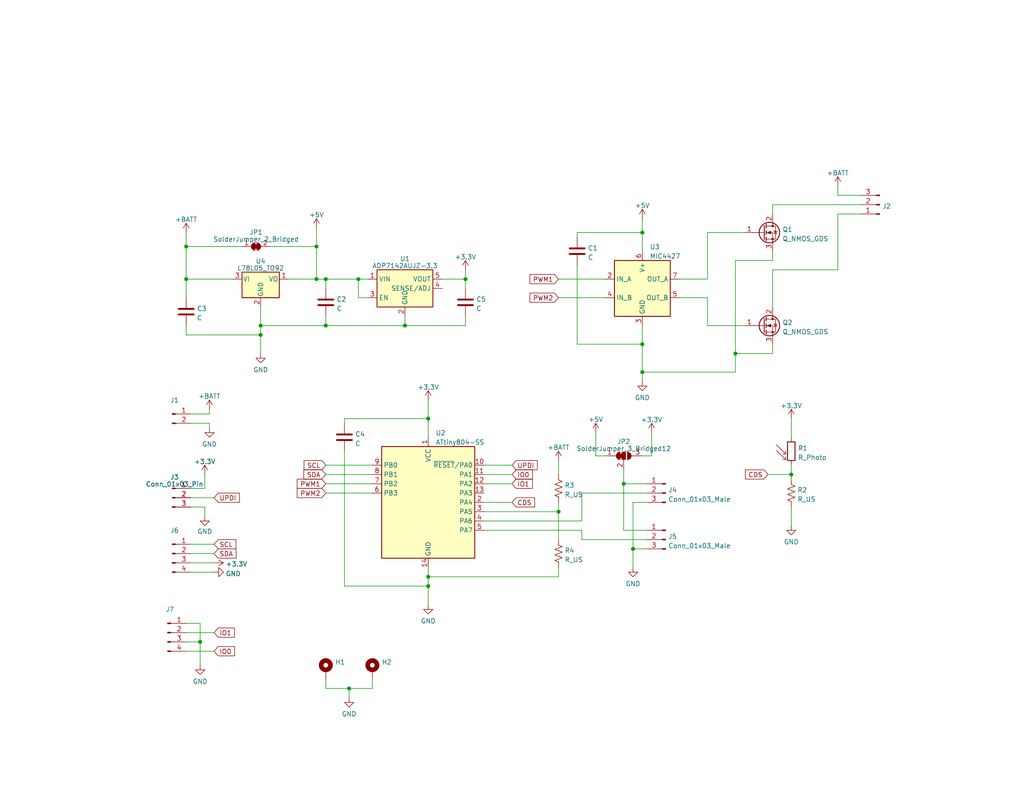
<source format=kicad_sch>
(kicad_sch (version 20230121) (generator eeschema)
  (paper "A")
  (lib_symbols
    (symbol "Connector:Conn_01x02_Male" (pin_names (offset 1.016) hide)
      (property "Reference" "J" (at 0 2.54 0))
      (property "Value" "Conn_01x02_Male" (at 0 -5.08 0))
      (symbol "Conn_01x02_Male_1_1"
        (polyline (pts (xy 1.27 -2.54) (xy 0.8636 -2.54)) (stroke (width 0.1524)))
        (polyline (pts (xy 1.27 0) (xy 0.8636 0)) (stroke (width 0.1524)))
        (rectangle (start 0.8636 -2.413) (end 0 -2.667) (stroke (width 0.1524)) (fill (type outline)))
        (rectangle (start 0.8636 0.127) (end 0 -0.127) (stroke (width 0.1524)) (fill (type outline)))
        (pin passive line (at 5.08 0 180) (length 3.81) (name "Pin_1") (number "1"))
        (pin passive line (at 5.08 -2.54 180) (length 3.81) (name "Pin_2") (number "2"))
      )
    )
    (symbol "Connector:Conn_01x03_Male" (pin_names (offset 1.016) hide)
      (property "Reference" "J" (at 0 5.08 0))
      (property "Value" "Conn_01x03_Male" (at 0 -5.08 0))
      (symbol "Conn_01x03_Male_1_1"
        (polyline (pts (xy 1.27 -2.54) (xy 0.8636 -2.54)) (stroke (width 0.1524)))
        (polyline (pts (xy 1.27 0) (xy 0.8636 0)) (stroke (width 0.1524)))
        (polyline (pts (xy 1.27 2.54) (xy 0.8636 2.54)) (stroke (width 0.1524)))
        (rectangle (start 0.8636 -2.413) (end 0 -2.667) (stroke (width 0.1524)) (fill (type outline)))
        (rectangle (start 0.8636 0.127) (end 0 -0.127) (stroke (width 0.1524)) (fill (type outline)))
        (rectangle (start 0.8636 2.667) (end 0 2.413) (stroke (width 0.1524)) (fill (type outline)))
        (pin passive line (at 5.08 2.54 180) (length 3.81) (name "Pin_1") (number "1"))
        (pin passive line (at 5.08 0 180) (length 3.81) (name "Pin_2") (number "2"))
        (pin passive line (at 5.08 -2.54 180) (length 3.81) (name "Pin_3") (number "3"))
      )
    )
    (symbol "Connector:Conn_01x03_Pin" (pin_names (offset 1.016) hide)
      (property "Reference" "J" (at 0 5.08 0))
      (property "Value" "Conn_01x03_Pin" (at 0 -5.08 0))
      (symbol "Conn_01x03_Pin_1_1"
        (polyline (pts (xy 1.27 -2.54) (xy 0.8636 -2.54)) (stroke (width 0.1524)))
        (polyline (pts (xy 1.27 0) (xy 0.8636 0)) (stroke (width 0.1524)))
        (polyline (pts (xy 1.27 2.54) (xy 0.8636 2.54)) (stroke (width 0.1524)))
        (rectangle (start 0.8636 -2.413) (end 0 -2.667) (stroke (width 0.1524)) (fill (type outline)))
        (rectangle (start 0.8636 0.127) (end 0 -0.127) (stroke (width 0.1524)) (fill (type outline)))
        (rectangle (start 0.8636 2.667) (end 0 2.413) (stroke (width 0.1524)) (fill (type outline)))
        (pin passive line (at 5.08 2.54 180) (length 3.81) (name "Pin_1") (number "1"))
        (pin passive line (at 5.08 0 180) (length 3.81) (name "Pin_2") (number "2"))
        (pin passive line (at 5.08 -2.54 180) (length 3.81) (name "Pin_3") (number "3"))
      )
    )
    (symbol "Connector:Conn_01x04_Male" (pin_names (offset 1.016) hide)
      (property "Reference" "J" (at 0 5.08 0))
      (property "Value" "Conn_01x04_Male" (at 0 -7.62 0))
      (symbol "Conn_01x04_Male_1_1"
        (polyline (pts (xy 1.27 -5.08) (xy 0.8636 -5.08)) (stroke (width 0.1524)))
        (polyline (pts (xy 1.27 -2.54) (xy 0.8636 -2.54)) (stroke (width 0.1524)))
        (polyline (pts (xy 1.27 0) (xy 0.8636 0)) (stroke (width 0.1524)))
        (polyline (pts (xy 1.27 2.54) (xy 0.8636 2.54)) (stroke (width 0.1524)))
        (rectangle (start 0.8636 -4.953) (end 0 -5.207) (stroke (width 0.1524)) (fill (type outline)))
        (rectangle (start 0.8636 -2.413) (end 0 -2.667) (stroke (width 0.1524)) (fill (type outline)))
        (rectangle (start 0.8636 0.127) (end 0 -0.127) (stroke (width 0.1524)) (fill (type outline)))
        (rectangle (start 0.8636 2.667) (end 0 2.413) (stroke (width 0.1524)) (fill (type outline)))
        (pin passive line (at 5.08 2.54 180) (length 3.81) (name "Pin_1") (number "1"))
        (pin passive line (at 5.08 0 180) (length 3.81) (name "Pin_2") (number "2"))
        (pin passive line (at 5.08 -2.54 180) (length 3.81) (name "Pin_3") (number "3"))
        (pin passive line (at 5.08 -5.08 180) (length 3.81) (name "Pin_4") (number "4"))
      )
    )
    (symbol "Device:C" (pin_numbers hide) (pin_names (offset 0.254))
      (property "Reference" "C" (at 0.635 2.54 0))
      (property "Value" "C" (at 0.635 -2.54 0))
      (symbol "C_0_1"
        (polyline (pts (xy -2.032 -0.762) (xy 2.032 -0.762)) (stroke (width 0.508)))
        (polyline (pts (xy -2.032 0.762) (xy 2.032 0.762)) (stroke (width 0.508)))
      )
      (symbol "C_1_1"
        (pin passive line (at 0 3.81 270) (length 2.794) (name "~") (number "1"))
        (pin passive line (at 0 -3.81 90) (length 2.794) (name "~") (number "2"))
      )
    )
    (symbol "Device:Q_NMOS_GDS" (pin_names (offset 0) hide)
      (property "Reference" "Q" (at 5.08 1.27 0))
      (property "Value" "Q_NMOS_GDS" (at 5.08 -1.27 0))
      (symbol "Q_NMOS_GDS_0_1"
        (polyline (pts (xy 0.254 0) (xy -2.54 0)))
        (polyline (pts (xy 0.254 1.905) (xy 0.254 -1.905)) (stroke (width 0.254)))
        (polyline (pts (xy 0.762 -1.27) (xy 0.762 -2.286)) (stroke (width 0.254)))
        (polyline (pts (xy 0.762 0.508) (xy 0.762 -0.508)) (stroke (width 0.254)))
        (polyline (pts (xy 0.762 2.286) (xy 0.762 1.27)) (stroke (width 0.254)))
        (polyline (pts (xy 2.54 2.54) (xy 2.54 1.778)))
        (polyline (pts (xy 2.54 -2.54) (xy 2.54 0) (xy 0.762 0)))
        (polyline (pts (xy 0.762 -1.778) (xy 3.302 -1.778) (xy 3.302 1.778) (xy 0.762 1.778)))
        (polyline (pts (xy 1.016 0) (xy 2.032 0.381) (xy 2.032 -0.381) (xy 1.016 0)) (fill (type outline)))
        (polyline (pts (xy 2.794 0.508) (xy 2.921 0.381) (xy 3.683 0.381) (xy 3.81 0.254)))
        (polyline (pts (xy 3.302 0.381) (xy 2.921 -0.254) (xy 3.683 -0.254) (xy 3.302 0.381)))
        (circle (center 1.651 0) (radius 2.794) (stroke (width 0.254)))
        (circle (center 2.54 -1.778) (radius 0.254) (fill (type outline)))
        (circle (center 2.54 1.778) (radius 0.254) (fill (type outline)))
      )
      (symbol "Q_NMOS_GDS_1_1"
        (pin input line (at -5.08 0 0) (length 2.54) (name "G") (number "1"))
        (pin passive line (at 2.54 5.08 270) (length 2.54) (name "D") (number "2"))
        (pin passive line (at 2.54 -5.08 90) (length 2.54) (name "S") (number "3"))
      )
    )
    (symbol "Device:R_Photo" (pin_numbers hide) (pin_names (offset 0))
      (property "Reference" "R" (at 1.27 1.27 0))
      (property "Value" "R_Photo" (at 1.27 0 0))
      (symbol "R_Photo_0_1"
        (rectangle (start -1.016 2.54) (end 1.016 -2.54) (stroke (width 0.254)))
        (polyline (pts (xy -1.524 -2.286) (xy -4.064 0.254)))
        (polyline (pts (xy -1.524 -2.286) (xy -2.286 -2.286)))
        (polyline (pts (xy -1.524 -2.286) (xy -1.524 -1.524)))
        (polyline (pts (xy -1.524 -0.762) (xy -4.064 1.778)))
        (polyline (pts (xy -1.524 -0.762) (xy -2.286 -0.762)))
        (polyline (pts (xy -1.524 -0.762) (xy -1.524 0)))
      )
      (symbol "R_Photo_1_1"
        (pin passive line (at 0 3.81 270) (length 1.27) (name "~") (number "1"))
        (pin passive line (at 0 -3.81 90) (length 1.27) (name "~") (number "2"))
      )
    )
    (symbol "Device:R_US" (pin_numbers hide) (pin_names (offset 0))
      (property "Reference" "R" (at 2.54 0 90))
      (property "Value" "R_US" (at -2.54 0 90))
      (symbol "R_US_0_1"
        (polyline (pts (xy 0 -2.286) (xy 0 -2.54)))
        (polyline (pts (xy 0 2.286) (xy 0 2.54)))
        (polyline (pts (xy 0 -0.762) (xy 1.016 -1.143) (xy 0 -1.524) (xy -1.016 -1.905) (xy 0 -2.286)))
        (polyline (pts (xy 0 0.762) (xy 1.016 0.381) (xy 0 0) (xy -1.016 -0.381) (xy 0 -0.762)))
        (polyline (pts (xy 0 2.286) (xy 1.016 1.905) (xy 0 1.524) (xy -1.016 1.143) (xy 0 0.762)))
      )
      (symbol "R_US_1_1"
        (pin passive line (at 0 3.81 270) (length 1.27) (name "~") (number "1"))
        (pin passive line (at 0 -3.81 90) (length 1.27) (name "~") (number "2"))
      )
    )
    (symbol "Driver_FET:MIC4427"
      (property "Reference" "U" (at -7.62 8.89 0))
      (property "Value" "MIC4427" (at 1.27 8.89 0))
      (symbol "MIC4427_0_1"
        (rectangle (start -7.62 -7.62) (end 7.62 7.62) (stroke (width 0.254)) (fill (type background)))
      )
      (symbol "MIC4427_1_1"
        (pin no_connect line (at -7.62 0 0) (length 2.54) hide (name "NC") (number "1"))
        (pin input line (at -10.16 2.54 0) (length 2.54) (name "IN_A") (number "2"))
        (pin power_in line (at 0 -10.16 90) (length 2.54) (name "GND") (number "3"))
        (pin input line (at -10.16 -2.54 0) (length 2.54) (name "IN_B") (number "4"))
        (pin output line (at 10.16 -2.54 180) (length 2.54) (name "OUT_B") (number "5"))
        (pin power_in line (at 0 10.16 270) (length 2.54) (name "V+") (number "6"))
        (pin output line (at 10.16 2.54 180) (length 2.54) (name "OUT_A") (number "7"))
        (pin no_connect line (at 7.62 0 180) (length 2.54) hide (name "NC") (number "8"))
      )
    )
    (symbol "Jumper:SolderJumper_2_Bridged" (pin_names (offset 0) hide)
      (property "Reference" "JP" (at 0 2.032 0))
      (property "Value" "SolderJumper_2_Bridged" (at 0 -2.54 0))
      (symbol "SolderJumper_2_Bridged_0_1"
        (rectangle (start -0.508 0.508) (end 0.508 -0.508) (fill (type outline)))
        (arc (start -0.254 1.016) (mid -1.2656 0) (end -0.254 -1.016))
        (arc (start -0.254 1.016) (mid -1.2656 0) (end -0.254 -1.016) (fill (type outline)))
        (polyline (pts (xy -0.254 1.016) (xy -0.254 -1.016)))
        (polyline (pts (xy 0.254 1.016) (xy 0.254 -1.016)))
        (arc (start 0.254 -1.016) (mid 1.2656 0) (end 0.254 1.016))
        (arc (start 0.254 -1.016) (mid 1.2656 0) (end 0.254 1.016) (fill (type outline)))
      )
      (symbol "SolderJumper_2_Bridged_1_1"
        (pin passive line (at -3.81 0 0) (length 2.54) (name "A") (number "1"))
        (pin passive line (at 3.81 0 180) (length 2.54) (name "B") (number "2"))
      )
    )
    (symbol "Jumper:SolderJumper_3_Bridged12" (pin_names (offset 0) hide)
      (property "Reference" "JP" (at -2.54 -2.54 0))
      (property "Value" "SolderJumper_3_Bridged12" (at 0 2.794 0))
      (symbol "SolderJumper_3_Bridged12_0_1"
        (rectangle (start -1.016 0.508) (end -0.508 -0.508) (fill (type outline)))
        (arc (start -1.016 1.016) (mid -2.0276 0) (end -1.016 -1.016))
        (arc (start -1.016 1.016) (mid -2.0276 0) (end -1.016 -1.016) (fill (type outline)))
        (rectangle (start -0.508 1.016) (end 0.508 -1.016) (fill (type outline)))
        (polyline (pts (xy -2.54 0) (xy -2.032 0)))
        (polyline (pts (xy -1.016 1.016) (xy -1.016 -1.016)))
        (polyline (pts (xy 0 -1.27) (xy 0 -1.016)))
        (polyline (pts (xy 1.016 1.016) (xy 1.016 -1.016)))
        (polyline (pts (xy 2.54 0) (xy 2.032 0)))
        (arc (start 1.016 -1.016) (mid 2.0276 0) (end 1.016 1.016))
        (arc (start 1.016 -1.016) (mid 2.0276 0) (end 1.016 1.016) (fill (type outline)))
      )
      (symbol "SolderJumper_3_Bridged12_1_1"
        (pin passive line (at -5.08 0 0) (length 2.54) (name "A") (number "1"))
        (pin passive line (at 0 -3.81 90) (length 2.54) (name "C") (number "2"))
        (pin passive line (at 5.08 0 180) (length 2.54) (name "B") (number "3"))
      )
    )
    (symbol "MCU_Microchip_ATtiny:ATtiny804-SS"
      (property "Reference" "U" (at -12.7 16.51 0))
      (property "Value" "ATtiny804-SS" (at 2.54 -16.51 0))
      (symbol "ATtiny804-SS_0_1"
        (rectangle (start -12.7 -15.24) (end 12.7 15.24) (stroke (width 0.254)) (fill (type background)))
      )
      (symbol "ATtiny804-SS_1_1"
        (pin power_in line (at 0 17.78 270) (length 2.54) (name "VCC") (number "1"))
        (pin bidirectional line (at 15.24 10.16 180) (length 2.54) (name "~{RESET}/PA0") (number "10"))
        (pin bidirectional line (at 15.24 7.62 180) (length 2.54) (name "PA1") (number "11"))
        (pin bidirectional line (at 15.24 5.08 180) (length 2.54) (name "PA2") (number "12"))
        (pin bidirectional line (at 15.24 2.54 180) (length 2.54) (name "PA3") (number "13"))
        (pin power_in line (at 0 -17.78 90) (length 2.54) (name "GND") (number "14"))
        (pin bidirectional line (at 15.24 0 180) (length 2.54) (name "PA4") (number "2"))
        (pin bidirectional line (at 15.24 -2.54 180) (length 2.54) (name "PA5") (number "3"))
        (pin bidirectional line (at 15.24 -5.08 180) (length 2.54) (name "PA6") (number "4"))
        (pin bidirectional line (at 15.24 -7.62 180) (length 2.54) (name "PA7") (number "5"))
        (pin bidirectional line (at -15.24 2.54 0) (length 2.54) (name "PB3") (number "6"))
        (pin bidirectional line (at -15.24 5.08 0) (length 2.54) (name "PB2") (number "7"))
        (pin bidirectional line (at -15.24 7.62 0) (length 2.54) (name "PB1") (number "8"))
        (pin bidirectional line (at -15.24 10.16 0) (length 2.54) (name "PB0") (number "9"))
      )
    )
    (symbol "Mechanical:MountingHole_Pad" (pin_numbers hide) (pin_names (offset 1.016) hide)
      (property "Reference" "H" (at 0 6.35 0))
      (property "Value" "MountingHole_Pad" (at 0 4.445 0))
      (symbol "MountingHole_Pad_0_1"
        (circle (center 0 1.27) (radius 1.27) (stroke (width 1.27)))
      )
      (symbol "MountingHole_Pad_1_1"
        (pin input line (at 0 -2.54 90) (length 2.54) (name "1") (number "1"))
      )
    )
    (symbol "Regulator_Linear:ADP7142AUJZ-3.3"
      (property "Reference" "U" (at 0 8.89 0))
      (property "Value" "ADP7142AUJZ-3.3" (at 0 6.35 0))
      (symbol "ADP7142AUJZ-3.3_0_1"
        (rectangle (start -7.62 5.08) (end 7.62 -5.08) (stroke (width 0.254)) (fill (type background)))
      )
      (symbol "ADP7142AUJZ-3.3_1_1"
        (pin power_in line (at -10.16 2.54 0) (length 2.54) (name "VIN") (number "1"))
        (pin power_in line (at 0 -7.62 90) (length 2.54) (name "GND") (number "2"))
        (pin input line (at -10.16 -2.54 0) (length 2.54) (name "EN") (number "3"))
        (pin input line (at 10.16 0 180) (length 2.54) (name "SENSE/ADJ") (number "4"))
        (pin power_out line (at 10.16 2.54 180) (length 2.54) (name "VOUT") (number "5"))
      )
    )
    (symbol "Regulator_Linear:L78L05_TO92" (pin_names (offset 0.254))
      (property "Reference" "U" (at -3.81 3.175 0))
      (property "Value" "L78L05_TO92" (at 0 3.175 0))
      (symbol "L78L05_TO92_0_1"
        (rectangle (start -5.08 -5.08) (end 5.08 1.905) (stroke (width 0.254)) (fill (type background)))
      )
      (symbol "L78L05_TO92_1_1"
        (pin power_out line (at 7.62 0 180) (length 2.54) (name "VO") (number "1"))
        (pin power_in line (at 0 -7.62 90) (length 2.54) (name "GND") (number "2"))
        (pin power_in line (at -7.62 0 0) (length 2.54) (name "VI") (number "3"))
      )
    )
    (symbol "power:+3.3V" (power) (pin_names (offset 0))
      (property "Value" "+3.3V" (at 0 3.556 0))
      (symbol "+3.3V_0_1"
        (polyline (pts (xy -0.762 1.27) (xy 0 2.54)))
        (polyline (pts (xy 0 0) (xy 0 2.54)))
        (polyline (pts (xy 0 2.54) (xy 0.762 1.27)))
      )
      (symbol "+3.3V_1_1"
        (pin power_in line (at 0 0 90) (length 0) hide (name "+3.3V") (number "1"))
      )
    )
    (symbol "power:+5V" (power) (pin_names (offset 0))
      (property "Value" "+5V" (at 0 3.556 0))
      (symbol "+5V_0_1"
        (polyline (pts (xy -0.762 1.27) (xy 0 2.54)))
        (polyline (pts (xy 0 0) (xy 0 2.54)))
        (polyline (pts (xy 0 2.54) (xy 0.762 1.27)))
      )
      (symbol "+5V_1_1"
        (pin power_in line (at 0 0 90) (length 0) hide (name "+5V") (number "1"))
      )
    )
    (symbol "power:+BATT" (power) (pin_names (offset 0))
      (property "Value" "+BATT" (at 0 3.556 0))
      (symbol "+BATT_0_1"
        (polyline (pts (xy -0.762 1.27) (xy 0 2.54)))
        (polyline (pts (xy 0 0) (xy 0 2.54)))
        (polyline (pts (xy 0 2.54) (xy 0.762 1.27)))
      )
      (symbol "+BATT_1_1"
        (pin power_in line (at 0 0 90) (length 0) hide (name "+BATT") (number "1"))
      )
    )
    (symbol "power:GND" (power) (pin_names (offset 0))
      (property "Value" "GND" (at 0 -3.81 0))
      (symbol "GND_0_1"
        (polyline (pts (xy 0 0) (xy 0 -1.27) (xy 1.27 -1.27) (xy 0 -2.54) (xy -1.27 -1.27) (xy 0 -1.27)))
      )
      (symbol "GND_1_1"
        (pin power_in line (at 0 0 270) (length 0) hide (name "GND") (number "1"))
      )
    )
  )
  (junction (at 200.66 96.52))
  (junction (at 215.9 129.54))
  (junction (at 86.36 76.2))
  (junction (at 71.12 91.44))
  (junction (at 116.84 114.3))
  (junction (at 54.61 175.26))
  (junction (at 110.49 88.9))
  (junction (at 175.26 93.98))
  (junction (at 175.26 101.6))
  (junction (at 88.9 88.9))
  (junction (at 152.4 139.7))
  (junction (at 95.25 187.96))
  (junction (at 97.79 76.2))
  (junction (at 88.9 76.2))
  (junction (at 50.8 76.2))
  (junction (at 116.84 157.48))
  (junction (at 127 76.2))
  (junction (at 172.72 149.86))
  (junction (at 71.12 88.9))
  (junction (at 50.8 67.31))
  (junction (at 116.84 160.02))
  (junction (at 86.36 67.31))
  (junction (at 175.26 63.5))
  (junction (at 170.18 132.08))
  (wire (pts (xy 157.48 64.77) (xy 157.48 63.5)))
  (wire (pts (xy 50.8 175.26) (xy 54.61 175.26)))
  (wire (pts (xy 54.61 175.26) (xy 54.61 181.61)))
  (wire (pts (xy 172.72 149.86) (xy 172.72 154.94)))
  (wire (pts (xy 52.07 151.13) (xy 58.42 151.13)))
  (wire (pts (xy 175.26 88.9) (xy 175.26 93.98)))
  (wire (pts (xy 50.8 91.44) (xy 71.12 91.44)))
  (wire (pts (xy 88.9 76.2) (xy 88.9 78.74)))
  (wire (pts (xy 175.26 93.98) (xy 175.26 101.6)))
  (wire (pts (xy 73.66 67.31) (xy 86.36 67.31)))
  (wire (pts (xy 132.08 144.78) (xy 158.75 144.78)))
  (wire (pts (xy 55.88 129.54) (xy 55.88 133.35)))
  (wire (pts (xy 132.08 127) (xy 139.7 127)))
  (wire (pts (xy 176.53 149.86) (xy 172.72 149.86)))
  (wire (pts (xy 78.74 76.2) (xy 86.36 76.2)))
  (wire (pts (xy 97.79 81.28) (xy 97.79 76.2)))
  (wire (pts (xy 210.82 83.82) (xy 210.82 73.66)))
  (wire (pts (xy 71.12 91.44) (xy 71.12 96.52)))
  (wire (pts (xy 200.66 96.52) (xy 200.66 101.6)))
  (wire (pts (xy 157.48 72.39) (xy 157.48 93.98)))
  (wire (pts (xy 93.98 160.02) (xy 116.84 160.02)))
  (wire (pts (xy 152.4 76.2) (xy 165.1 76.2)))
  (wire (pts (xy 209.55 129.54) (xy 215.9 129.54)))
  (wire (pts (xy 152.4 139.7) (xy 152.4 147.32)))
  (wire (pts (xy 228.6 53.34) (xy 234.95 53.34)))
  (wire (pts (xy 71.12 88.9) (xy 71.12 91.44)))
  (wire (pts (xy 88.9 134.62) (xy 101.6 134.62)))
  (wire (pts (xy 152.4 154.94) (xy 152.4 157.48)))
  (wire (pts (xy 176.53 137.16) (xy 172.72 137.16)))
  (wire (pts (xy 50.8 172.72) (xy 58.42 172.72)))
  (wire (pts (xy 88.9 185.42) (xy 88.9 187.96)))
  (wire (pts (xy 193.04 88.9) (xy 203.2 88.9)))
  (wire (pts (xy 210.82 93.98) (xy 210.82 96.52)))
  (wire (pts (xy 210.82 68.58) (xy 210.82 71.12)))
  (wire (pts (xy 158.75 147.32) (xy 176.53 147.32)))
  (wire (pts (xy 132.08 132.08) (xy 139.7 132.08)))
  (wire (pts (xy 175.26 59.69) (xy 175.26 63.5)))
  (wire (pts (xy 158.75 142.24) (xy 158.75 134.62)))
  (wire (pts (xy 132.08 137.16) (xy 139.7 137.16)))
  (wire (pts (xy 127 86.36) (xy 127 88.9)))
  (wire (pts (xy 170.18 128.27) (xy 170.18 132.08)))
  (wire (pts (xy 52.07 113.03) (xy 57.15 113.03)))
  (wire (pts (xy 55.88 133.35) (xy 52.07 133.35)))
  (wire (pts (xy 52.07 115.57) (xy 57.15 115.57)))
  (wire (pts (xy 170.18 144.78) (xy 170.18 132.08)))
  (wire (pts (xy 210.82 71.12) (xy 200.66 71.12)))
  (wire (pts (xy 86.36 76.2) (xy 88.9 76.2)))
  (wire (pts (xy 215.9 114.3) (xy 215.9 119.38)))
  (wire (pts (xy 88.9 88.9) (xy 71.12 88.9)))
  (wire (pts (xy 93.98 114.3) (xy 116.84 114.3)))
  (wire (pts (xy 50.8 67.31) (xy 50.8 76.2)))
  (wire (pts (xy 175.26 101.6) (xy 200.66 101.6)))
  (wire (pts (xy 162.56 118.11) (xy 162.56 124.46)))
  (wire (pts (xy 127 73.66) (xy 127 76.2)))
  (wire (pts (xy 152.4 125.73) (xy 152.4 129.54)))
  (wire (pts (xy 55.88 138.43) (xy 55.88 140.97)))
  (wire (pts (xy 88.9 76.2) (xy 97.79 76.2)))
  (wire (pts (xy 185.42 81.28) (xy 193.04 81.28)))
  (wire (pts (xy 152.4 81.28) (xy 165.1 81.28)))
  (wire (pts (xy 52.07 156.21) (xy 58.42 156.21)))
  (wire (pts (xy 88.9 187.96) (xy 95.25 187.96)))
  (wire (pts (xy 210.82 73.66) (xy 228.6 73.66)))
  (wire (pts (xy 176.53 144.78) (xy 170.18 144.78)))
  (wire (pts (xy 193.04 81.28) (xy 193.04 88.9)))
  (wire (pts (xy 93.98 115.57) (xy 93.98 114.3)))
  (wire (pts (xy 215.9 127) (xy 215.9 129.54)))
  (wire (pts (xy 93.98 123.19) (xy 93.98 160.02)))
  (wire (pts (xy 116.84 160.02) (xy 116.84 165.1)))
  (wire (pts (xy 52.07 138.43) (xy 55.88 138.43)))
  (wire (pts (xy 215.9 138.43) (xy 215.9 143.51)))
  (wire (pts (xy 50.8 76.2) (xy 63.5 76.2)))
  (wire (pts (xy 158.75 144.78) (xy 158.75 147.32)))
  (wire (pts (xy 86.36 62.23) (xy 86.36 67.31)))
  (wire (pts (xy 162.56 124.46) (xy 165.1 124.46)))
  (wire (pts (xy 228.6 58.42) (xy 234.95 58.42)))
  (wire (pts (xy 158.75 134.62) (xy 176.53 134.62)))
  (wire (pts (xy 100.33 81.28) (xy 97.79 81.28)))
  (wire (pts (xy 172.72 137.16) (xy 172.72 149.86)))
  (wire (pts (xy 101.6 185.42) (xy 101.6 187.96)))
  (wire (pts (xy 52.07 135.89) (xy 58.42 135.89)))
  (wire (pts (xy 132.08 129.54) (xy 139.7 129.54)))
  (wire (pts (xy 52.07 153.67) (xy 58.42 153.67)))
  (wire (pts (xy 88.9 88.9) (xy 110.49 88.9)))
  (wire (pts (xy 193.04 76.2) (xy 193.04 63.5)))
  (wire (pts (xy 210.82 55.88) (xy 234.95 55.88)))
  (wire (pts (xy 50.8 88.9) (xy 50.8 91.44)))
  (wire (pts (xy 210.82 96.52) (xy 200.66 96.52)))
  (wire (pts (xy 88.9 132.08) (xy 101.6 132.08)))
  (wire (pts (xy 116.84 157.48) (xy 116.84 160.02)))
  (wire (pts (xy 116.84 114.3) (xy 116.84 119.38)))
  (wire (pts (xy 57.15 113.03) (xy 57.15 111.76)))
  (wire (pts (xy 175.26 101.6) (xy 175.26 104.14)))
  (wire (pts (xy 50.8 177.8) (xy 58.42 177.8)))
  (wire (pts (xy 101.6 187.96) (xy 95.25 187.96)))
  (wire (pts (xy 88.9 129.54) (xy 101.6 129.54)))
  (wire (pts (xy 127 88.9) (xy 110.49 88.9)))
  (wire (pts (xy 157.48 63.5) (xy 175.26 63.5)))
  (wire (pts (xy 50.8 170.18) (xy 54.61 170.18)))
  (wire (pts (xy 50.8 67.31) (xy 66.04 67.31)))
  (wire (pts (xy 86.36 67.31) (xy 86.36 76.2)))
  (wire (pts (xy 170.18 132.08) (xy 176.53 132.08)))
  (wire (pts (xy 132.08 142.24) (xy 158.75 142.24)))
  (wire (pts (xy 175.26 124.46) (xy 177.8 124.46)))
  (wire (pts (xy 185.42 76.2) (xy 193.04 76.2)))
  (wire (pts (xy 152.4 137.16) (xy 152.4 139.7)))
  (wire (pts (xy 57.15 115.57) (xy 57.15 116.84)))
  (wire (pts (xy 88.9 86.36) (xy 88.9 88.9)))
  (wire (pts (xy 50.8 76.2) (xy 50.8 81.28)))
  (wire (pts (xy 228.6 73.66) (xy 228.6 58.42)))
  (wire (pts (xy 215.9 129.54) (xy 215.9 130.81)))
  (wire (pts (xy 97.79 76.2) (xy 100.33 76.2)))
  (wire (pts (xy 228.6 50.8) (xy 228.6 53.34)))
  (wire (pts (xy 52.07 148.59) (xy 58.42 148.59)))
  (wire (pts (xy 54.61 170.18) (xy 54.61 175.26)))
  (wire (pts (xy 110.49 86.36) (xy 110.49 88.9)))
  (wire (pts (xy 210.82 58.42) (xy 210.82 55.88)))
  (wire (pts (xy 193.04 63.5) (xy 203.2 63.5)))
  (wire (pts (xy 116.84 154.94) (xy 116.84 157.48)))
  (wire (pts (xy 152.4 157.48) (xy 116.84 157.48)))
  (wire (pts (xy 116.84 109.22) (xy 116.84 114.3)))
  (wire (pts (xy 132.08 139.7) (xy 152.4 139.7)))
  (wire (pts (xy 71.12 83.82) (xy 71.12 88.9)))
  (wire (pts (xy 50.8 63.5) (xy 50.8 67.31)))
  (wire (pts (xy 127 76.2) (xy 127 78.74)))
  (wire (pts (xy 88.9 127) (xy 101.6 127)))
  (wire (pts (xy 177.8 118.11) (xy 177.8 124.46)))
  (wire (pts (xy 120.65 76.2) (xy 127 76.2)))
  (wire (pts (xy 95.25 187.96) (xy 95.25 190.5)))
  (wire (pts (xy 200.66 71.12) (xy 200.66 96.52)))
  (wire (pts (xy 157.48 93.98) (xy 175.26 93.98)))
  (wire (pts (xy 175.26 63.5) (xy 175.26 68.58)))
  (global_label "IO1" (shape input) (at 139.7 132.08 0) (property "Intersheetrefs" "${INTERSHEET_REFS}" (effects hide)))
  (global_label "SDA" (shape input) (at 88.9 129.54 180) (property "Intersheetrefs" "${INTERSHEET_REFS}" (effects hide)))
  (global_label "UPDI" (shape input) (at 139.7 127 0) (property "Intersheetrefs" "${INTERSHEET_REFS}" (effects hide)))
  (global_label "UPDI" (shape input) (at 58.42 135.89 0) (property "Intersheetrefs" "${INTERSHEET_REFS}" (effects hide)))
  (global_label "PWM1" (shape input) (at 152.4 76.2 180) (property "Intersheetrefs" "${INTERSHEET_REFS}" (effects hide)))
  (global_label "SCL" (shape input) (at 88.9 127 180) (property "Intersheetrefs" "${INTERSHEET_REFS}" (effects hide)))
  (global_label "SCL" (shape input) (at 58.42 148.59 0) (property "Intersheetrefs" "${INTERSHEET_REFS}" (effects hide)))
  (global_label "CDS" (shape input) (at 139.7 137.16 0) (property "Intersheetrefs" "${INTERSHEET_REFS}" (effects hide)))
  (global_label "PWM2" (shape input) (at 152.4 81.28 180) (property "Intersheetrefs" "${INTERSHEET_REFS}" (effects hide)))
  (global_label "IO0" (shape input) (at 58.42 177.8 0) (property "Intersheetrefs" "${INTERSHEET_REFS}" (effects hide)))
  (global_label "IO1" (shape input) (at 58.42 172.72 0) (property "Intersheetrefs" "${INTERSHEET_REFS}" (effects hide)))
  (global_label "CDS" (shape input) (at 209.55 129.54 180) (property "Intersheetrefs" "${INTERSHEET_REFS}" (effects hide)))
  (global_label "PWM1" (shape input) (at 88.9 132.08 180) (property "Intersheetrefs" "${INTERSHEET_REFS}" (effects hide)))
  (global_label "IO0" (shape input) (at 139.7 129.54 0) (property "Intersheetrefs" "${INTERSHEET_REFS}" (effects hide)))
  (global_label "PWM2" (shape input) (at 88.9 134.62 180) (property "Intersheetrefs" "${INTERSHEET_REFS}" (effects hide)))
  (global_label "SDA" (shape input) (at 58.42 151.13 0) (property "Intersheetrefs" "${INTERSHEET_REFS}" (effects hide)))
  (symbol (lib_id "power:+3.3V") (at 55.88 129.54 0) (unit 1)
    (property "Reference" "#PWR011" (effects hide))
    (property "Value" "+3.3V" (at 55.88 126.0381 0))
  )
  (symbol (lib_id "Connector:Conn_01x04_Male") (at 46.99 151.13 0) (unit 1)
    (property "Reference" "J6" (at 47.625 144.814 0))
    (property "Value" "Conn_01x04_Male" (effects hide))
    (property "Footprint" "Connector_JST:JST_PH_B4B-PH-K_1x04_P2.00mm_Vertical" (effects hide))
  )
  (symbol (lib_id "power:GND") (at 57.15 116.84 0) (unit 1)
    (property "Reference" "#PWR010" (effects hide))
    (property "Value" "GND" (at 57.15 121.2834 0))
  )
  (symbol (lib_id "power:+3.3V") (at 177.8 118.11 0) (unit 1)
    (property "Reference" "#PWR020" (effects hide))
    (property "Value" "+3.3V" (at 177.8 114.6081 0))
  )
  (symbol (lib_id "Device:C") (at 127 82.55 0) (unit 1)
    (property "Reference" "C5" (at 129.921 81.7153 0) (effects (justify left)))
    (property "Value" "C" (at 129.921 84.2522 0) (effects (justify left)))
    (property "Footprint" "Capacitor_SMD:C_0805_2012Metric_Pad1.18x1.45mm_HandSolder" (effects hide))
  )
  (symbol (lib_id "power:GND") (at 55.88 140.97 0) (unit 1)
    (property "Reference" "#PWR012" (effects hide))
    (property "Value" "GND" (at 55.88 145.1055 0))
  )
  (symbol (lib_id "power:GND") (at 116.84 165.1 0) (unit 1)
    (property "Reference" "#PWR07" (effects hide))
    (property "Value" "GND" (at 116.84 169.5434 0))
  )
  (symbol (lib_id "power:+3.3V") (at 215.9 114.3 0) (unit 1)
    (property "Reference" "#PWR021" (effects hide))
    (property "Value" "+3.3V" (at 215.9 110.7981 0))
  )
  (symbol (lib_id "Device:R_US") (at 215.9 134.62 0) (unit 1)
    (property "Reference" "R2" (at 217.551 133.7853 0) (effects (justify left)))
    (property "Value" "R_US" (at 217.551 136.3222 0) (effects (justify left)))
    (property "Footprint" "Resistor_SMD:R_0805_2012Metric_Pad1.20x1.40mm_HandSolder" (effects hide))
  )
  (symbol (lib_id "Jumper:SolderJumper_3_Bridged12") (at 170.18 124.46 0) (unit 1)
    (property "Reference" "JP2" (at 170.18 120.5611 0))
    (property "Value" "SolderJumper_3_Bridged12" (at 170.18 122.4821 0))
    (property "Footprint" "Jumper:SolderJumper-3_P1.3mm_Bridged12_Pad1.0x1.5mm" (effects hide))
  )
  (symbol (lib_id "Mechanical:MountingHole_Pad") (at 101.6 182.88 0) (unit 1)
    (property "Reference" "H2" (at 104.14 180.7753 0) (effects (justify left)))
    (property "Value" "MountingHole_Pad" (effects hide))
    (property "Footprint" "MountingHole:MountingHole_3.2mm_M3_ISO14580_Pad" (effects hide))
  )
  (symbol (lib_id "Device:Q_NMOS_GDS") (at 208.28 63.5 0) (unit 1)
    (property "Reference" "Q1" (at 213.487 62.6653 0) (effects (justify left)))
    (property "Value" "Q_NMOS_GDS" (at 213.487 65.2022 0) (effects (justify left)))
    (property "Footprint" "Package_TO_SOT_SMD:TO-252-2" (effects hide))
  )
  (symbol (lib_id "Device:R_US") (at 152.4 133.35 0) (unit 1)
    (property "Reference" "R3" (at 154.051 132.5153 0) (effects (justify left)))
    (property "Value" "R_US" (at 154.051 135.0522 0) (effects (justify left)))
    (property "Footprint" "Resistor_SMD:R_0805_2012Metric_Pad1.20x1.40mm_HandSolder" (effects hide))
  )
  (symbol (lib_id "Jumper:SolderJumper_2_Bridged") (at 69.85 67.31 0) (unit 1)
    (property "Reference" "JP1" (at 69.85 63.4111 0))
    (property "Value" "SolderJumper_2_Bridged" (at 69.85 65.3321 0))
    (property "Footprint" "Jumper:SolderJumper-2_P1.3mm_Bridged_Pad1.0x1.5mm" (effects hide))
  )
  (symbol (lib_id "power:GND") (at 172.72 154.94 0) (unit 1)
    (property "Reference" "#PWR014" (effects hide))
    (property "Value" "GND" (at 172.72 159.3834 0))
  )
  (symbol (lib_id "power:GND") (at 71.12 96.52 0) (unit 1)
    (property "Reference" "#PWR04" (effects hide))
    (property "Value" "GND" (at 71.12 100.9634 0))
  )
  (symbol (lib_id "Driver_FET:MIC4427") (at 175.26 78.74 0) (unit 1)
    (property "Reference" "U3" (at 177.2794 67.4202 0) (effects (justify left)))
    (property "Value" "MIC4427" (at 177.2794 69.9571 0) (effects (justify left)))
    (property "Footprint" "Package_SO:SOIC-8_3.9x4.9mm_P1.27mm" (effects hide))
    (property "Datasheet" "http://ww1.microchip.com/downloads/en/DeviceDoc/mic4426.pdf" (effects hide))
  )
  (symbol (lib_id "power:+BATT") (at 57.15 111.76 0) (unit 1)
    (property "Reference" "#PWR09" (effects hide))
    (property "Value" "+BATT" (at 57.15 108.1842 0))
  )
  (symbol (lib_id "Device:C") (at 88.9 82.55 0) (unit 1)
    (property "Reference" "C2" (at 91.821 81.7153 0) (effects (justify left)))
    (property "Value" "C" (at 91.821 84.2522 0) (effects (justify left)))
    (property "Footprint" "Capacitor_SMD:C_0805_2012Metric_Pad1.18x1.45mm_HandSolder" (effects hide))
  )
  (symbol (lib_id "power:GND") (at 215.9 143.51 0) (unit 1)
    (property "Reference" "#PWR0102" (effects hide))
    (property "Value" "GND" (at 215.9 147.9534 0))
  )
  (symbol (lib_id "Device:C") (at 157.48 68.58 0) (unit 1)
    (property "Reference" "C1" (at 160.401 67.7453 0) (effects (justify left)))
    (property "Value" "C" (at 160.401 70.2822 0) (effects (justify left)))
    (property "Footprint" "Capacitor_SMD:C_0805_2012Metric_Pad1.18x1.45mm_HandSolder" (effects hide))
  )
  (symbol (lib_id "Mechanical:MountingHole_Pad") (at 88.9 182.88 0) (unit 1)
    (property "Reference" "H1" (at 91.44 180.7753 0) (effects (justify left)))
    (property "Value" "MountingHole_Pad" (effects hide))
    (property "Footprint" "MountingHole:MountingHole_3.2mm_M3_ISO14580_Pad" (effects hide))
  )
  (symbol (lib_id "power:+BATT") (at 152.4 125.73 0) (unit 1)
    (property "Reference" "#PWR015" (effects hide))
    (property "Value" "+BATT" (at 152.4 122.1542 0))
  )
  (symbol (lib_id "power:GND") (at 175.26 104.14 0) (unit 1)
    (property "Reference" "#PWR05" (effects hide))
    (property "Value" "GND" (at 175.26 108.5834 0))
  )
  (symbol (lib_id "Connector:Conn_01x03_Male") (at 181.61 134.62 0) (mirror y) (unit 1)
    (property "Reference" "J4" (at 182.3212 133.7853 0) (effects (justify right)))
    (property "Value" "Conn_01x03_Male" (at 182.3212 136.3222 0) (effects (justify right)))
    (property "Footprint" "Connector_JST:JST_PH_B3B-PH-K_1x03_P2.00mm_Vertical" (effects hide))
  )
  (symbol (lib_id "power:+3.3V") (at 58.42 153.67 270) (unit 1)
    (property "Reference" "#PWR019" (effects hide))
    (property "Value" "+3.3V" (at 61.595 153.9868 90) (effects (justify left)))
  )
  (symbol (lib_id "Device:R_US") (at 152.4 151.13 0) (unit 1)
    (property "Reference" "R4" (at 154.051 150.2953 0) (effects (justify left)))
    (property "Value" "R_US" (at 154.051 152.8322 0) (effects (justify left)))
    (property "Footprint" "Resistor_SMD:R_0805_2012Metric_Pad1.20x1.40mm_HandSolder" (effects hide))
  )
  (symbol (lib_id "power:+3.3V") (at 127 73.66 0) (unit 1)
    (property "Reference" "#PWR06" (effects hide))
    (property "Value" "+3.3V" (at 127 70.1581 0))
  )
  (symbol (lib_id "power:GND") (at 95.25 190.5 0) (unit 1)
    (property "Reference" "#PWR017" (effects hide))
    (property "Value" "GND" (at 95.25 194.9434 0))
  )
  (symbol (lib_id "Connector:Conn_01x02_Male") (at 46.99 113.03 0) (unit 1)
    (property "Reference" "J1" (at 47.625 109.254 0))
    (property "Value" "Conn_01x02_Male" (effects hide))
    (property "Footprint" "TerminalBlock:TerminalBlock_bornier-2_P5.08mm" (effects hide))
  )
  (symbol (lib_id "power:+5V") (at 86.36 62.23 0) (unit 1)
    (property "Reference" "#PWR03" (effects hide))
    (property "Value" "+5V" (at 86.36 58.6542 0))
  )
  (symbol (lib_id "Connector:Conn_01x03_Male") (at 240.03 55.88 180) (unit 1)
    (property "Reference" "J2" (at 240.7412 56.3138 0) (effects (justify right)))
    (property "Value" "Conn_01x03_Male" (effects hide))
    (property "Footprint" "TerminalBlock:TerminalBlock_bornier-3_P5.08mm" (effects hide))
  )
  (symbol (lib_id "power:+5V") (at 162.56 118.11 0) (unit 1)
    (property "Reference" "#PWR013" (effects hide))
    (property "Value" "+5V" (at 162.56 114.5342 0))
  )
  (symbol (lib_id "Connector:Conn_01x03_Pin") (at 46.99 135.89 0) (unit 1)
    (property "Reference" "J3" (at 47.625 130.2639 0))
    (property "Value" "Conn_01x03_Pin" (at 47.625 132.1849 0))
    (property "Footprint" "footprints:JST_ZH_B3B-ZR_1x03_P1.50mm_Vertical" (effects hide))
  )
  (symbol (lib_id "Regulator_Linear:L78L05_TO92") (at 71.12 76.2 0) (unit 1)
    (property "Reference" "U4" (at 71.12 71.2851 0))
    (property "Value" "L78L05_TO92" (at 71.12 73.2061 0))
    (property "Footprint" "Package_TO_SOT_THT:TO-92_Inline_Wide" (effects hide))
    (property "Datasheet" "http://www.st.com/content/ccc/resource/technical/document/datasheet/15/55/e5/aa/23/5b/43/fd/CD00000446.pdf/files/CD00000446.pdf/jcr:content/translations/en.CD00000446.pdf" (effects hide))
  )
  (symbol (lib_id "Device:C") (at 93.98 119.38 0) (unit 1)
    (property "Reference" "C4" (at 96.901 118.5453 0) (effects (justify left)))
    (property "Value" "C" (at 96.901 121.0822 0) (effects (justify left)))
    (property "Footprint" "Capacitor_SMD:C_0805_2012Metric_Pad1.18x1.45mm_HandSolder" (effects hide))
  )
  (symbol (lib_id "Connector:Conn_01x03_Male") (at 181.61 147.32 0) (mirror y) (unit 1)
    (property "Reference" "J5" (at 182.3212 146.4853 0) (effects (justify right)))
    (property "Value" "Conn_01x03_Male" (at 182.3212 149.0222 0) (effects (justify right)))
    (property "Footprint" "Connector_JST:JST_PH_B3B-PH-K_1x03_P2.00mm_Vertical" (effects hide))
  )
  (symbol (lib_id "power:+3.3V") (at 116.84 109.22 0) (unit 1)
    (property "Reference" "#PWR018" (effects hide))
    (property "Value" "+3.3V" (at 116.84 105.7181 0))
  )
  (symbol (lib_id "power:+5V") (at 175.26 59.69 0) (unit 1)
    (property "Reference" "#PWR01" (effects hide))
    (property "Value" "+5V" (at 175.26 56.1142 0))
  )
  (symbol (lib_id "power:+BATT") (at 228.6 50.8 0) (unit 1)
    (property "Reference" "#PWR08" (effects hide))
    (property "Value" "+BATT" (at 228.6 47.2242 0))
  )
  (symbol (lib_id "power:+BATT") (at 50.8 63.5 0) (unit 1)
    (property "Reference" "#PWR02" (effects hide))
    (property "Value" "+BATT" (at 50.8 59.9242 0))
  )
  (symbol (lib_id "power:GND") (at 54.61 181.61 0) (unit 1)
    (property "Reference" "#PWR016" (effects hide))
    (property "Value" "GND" (at 54.61 186.0534 0))
  )
  (symbol (lib_id "Device:R_Photo") (at 215.9 123.19 0) (unit 1)
    (property "Reference" "R1" (at 217.678 122.3553 0) (effects (justify left)))
    (property "Value" "R_Photo" (at 217.678 124.8922 0) (effects (justify left)))
    (property "Footprint" "Connector_PinHeader_2.54mm:PinHeader_1x02_P2.54mm_Vertical" (effects hide))
  )
  (symbol (lib_id "Device:C") (at 50.8 85.09 0) (unit 1)
    (property "Reference" "C3" (at 53.721 84.2553 0) (effects (justify left)))
    (property "Value" "C" (at 53.721 86.7922 0) (effects (justify left)))
    (property "Footprint" "Capacitor_SMD:C_1206_3216Metric_Pad1.33x1.80mm_HandSolder" (effects hide))
  )
  (symbol (lib_id "Regulator_Linear:ADP7142AUJZ-3.3") (at 110.49 78.74 0) (unit 1)
    (property "Reference" "U1" (at 110.49 70.6501 0))
    (property "Value" "ADP7142AUJZ-3.3" (at 110.49 72.5711 0))
    (property "Footprint" "Package_TO_SOT_SMD:TSOT-23-5" (effects hide))
    (property "Datasheet" "https://www.analog.com/media/en/technical-documentation/data-sheets/ADP7142.pdf" (effects hide))
  )
  (symbol (lib_id "power:GND") (at 58.42 156.21 90) (unit 1)
    (property "Reference" "#PWR0104" (effects hide))
    (property "Value" "GND" (at 61.595 156.6438 90) (effects (justify right)))
  )
  (symbol (lib_id "Device:Q_NMOS_GDS") (at 208.28 88.9 0) (unit 1)
    (property "Reference" "Q2" (at 213.487 88.0653 0) (effects (justify left)))
    (property "Value" "Q_NMOS_GDS" (at 213.487 90.6022 0) (effects (justify left)))
    (property "Footprint" "Package_TO_SOT_SMD:TO-252-2" (effects hide))
  )
  (symbol (lib_id "Connector:Conn_01x04_Male") (at 45.72 172.72 0) (unit 1)
    (property "Reference" "J7" (at 46.355 166.404 0))
    (property "Value" "Conn_01x04_Male" (effects hide))
    (property "Footprint" "Connector_PinHeader_2.54mm:PinHeader_2x02_P2.54mm_Vertical" (effects hide))
  )
  (symbol (lib_id "MCU_Microchip_ATtiny:ATtiny804-SS") (at 116.84 137.16 0) (unit 1)
    (property "Reference" "U2" (at 118.8594 118.2202 0) (effects (justify left)))
    (property "Value" "ATtiny804-SS" (at 118.8594 120.7571 0) (effects (justify left)))
    (property "Footprint" "Package_SO:SOIC-14_3.9x8.7mm_P1.27mm" (effects hide))
    (property "Datasheet" "http://ww1.microchip.com/downloads/en/DeviceDoc/ATtiny804_1604-Data-Sheet-40002028A.pdf" (effects hide))
  )
)
</source>
